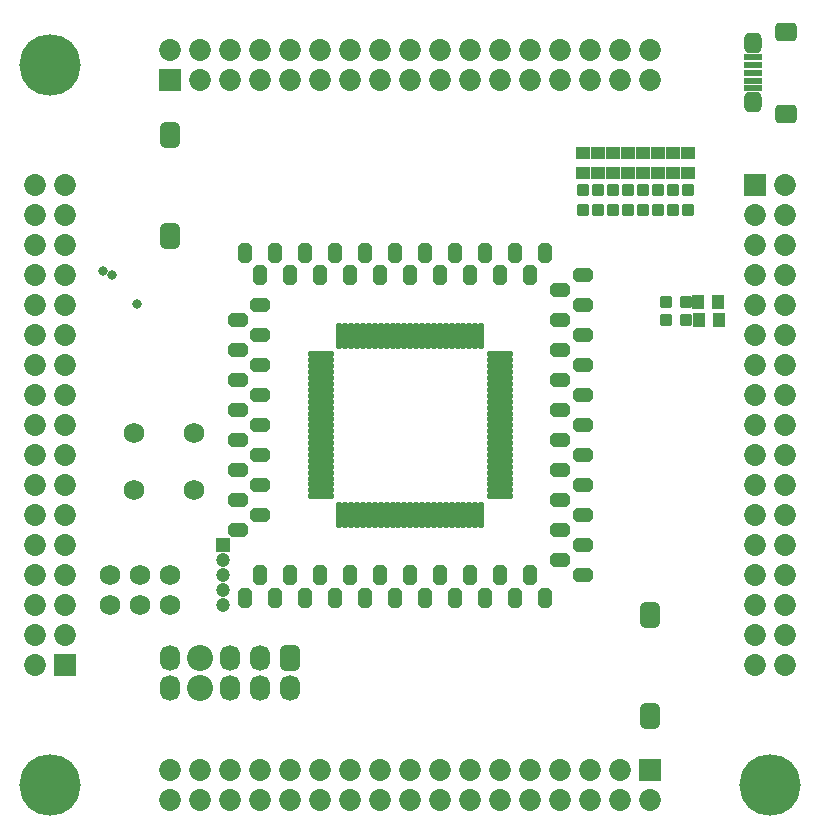
<source format=gts>
G04*
G04 #@! TF.GenerationSoftware,Altium Limited,Altium Designer,20.0.11 (256)*
G04*
G04 Layer_Color=8388736*
%FSLAX25Y25*%
%MOIN*%
G70*
G01*
G75*
%ADD26C,0.06800*%
G04:AMPARAMS|DCode=27|XSize=86.74mil|YSize=67.06mil|CornerRadius=18.76mil|HoleSize=0mil|Usage=FLASHONLY|Rotation=90.000|XOffset=0mil|YOffset=0mil|HoleType=Round|Shape=RoundedRectangle|*
%AMROUNDEDRECTD27*
21,1,0.08674,0.02953,0,0,90.0*
21,1,0.04921,0.06706,0,0,90.0*
1,1,0.03753,0.01476,0.02461*
1,1,0.03753,0.01476,-0.02461*
1,1,0.03753,-0.01476,-0.02461*
1,1,0.03753,-0.01476,0.02461*
%
%ADD27ROUNDEDRECTD27*%
%ADD28O,0.09068X0.01981*%
%ADD29O,0.01981X0.09068*%
%ADD30R,0.06115X0.02375*%
%ADD31R,0.04343X0.04737*%
G04:AMPARAMS|DCode=32|XSize=39.5mil|YSize=39.5mil|CornerRadius=7.94mil|HoleSize=0mil|Usage=FLASHONLY|Rotation=180.000|XOffset=0mil|YOffset=0mil|HoleType=Round|Shape=RoundedRectangle|*
%AMROUNDEDRECTD32*
21,1,0.03950,0.02362,0,0,180.0*
21,1,0.02362,0.03950,0,0,180.0*
1,1,0.01587,-0.01181,0.01181*
1,1,0.01587,0.01181,0.01181*
1,1,0.01587,0.01181,-0.01181*
1,1,0.01587,-0.01181,-0.01181*
%
%ADD32ROUNDEDRECTD32*%
G04:AMPARAMS|DCode=33|XSize=39.5mil|YSize=39.5mil|CornerRadius=7.94mil|HoleSize=0mil|Usage=FLASHONLY|Rotation=270.000|XOffset=0mil|YOffset=0mil|HoleType=Round|Shape=RoundedRectangle|*
%AMROUNDEDRECTD33*
21,1,0.03950,0.02362,0,0,270.0*
21,1,0.02362,0.03950,0,0,270.0*
1,1,0.01587,-0.01181,-0.01181*
1,1,0.01587,-0.01181,0.01181*
1,1,0.01587,0.01181,0.01181*
1,1,0.01587,0.01181,-0.01181*
%
%ADD33ROUNDEDRECTD33*%
%ADD34R,0.04737X0.04343*%
%ADD35C,0.20485*%
%ADD36O,0.06706X0.08674*%
%ADD37C,0.08674*%
G04:AMPARAMS|DCode=38|XSize=67.06mil|YSize=86.74mil|CornerRadius=18.76mil|HoleSize=0mil|Usage=FLASHONLY|Rotation=180.000|XOffset=0mil|YOffset=0mil|HoleType=Round|Shape=RoundedRectangle|*
%AMROUNDEDRECTD38*
21,1,0.06706,0.04921,0,0,180.0*
21,1,0.02953,0.08674,0,0,180.0*
1,1,0.03753,-0.01476,0.02461*
1,1,0.03753,0.01476,0.02461*
1,1,0.03753,0.01476,-0.02461*
1,1,0.03753,-0.01476,-0.02461*
%
%ADD38ROUNDEDRECTD38*%
%ADD39C,0.07296*%
%ADD40R,0.07296X0.07296*%
%ADD41R,0.07296X0.07296*%
G04:AMPARAMS|DCode=42|XSize=74.93mil|YSize=63.12mil|CornerRadius=17.78mil|HoleSize=0mil|Usage=FLASHONLY|Rotation=180.000|XOffset=0mil|YOffset=0mil|HoleType=Round|Shape=RoundedRectangle|*
%AMROUNDEDRECTD42*
21,1,0.07493,0.02756,0,0,180.0*
21,1,0.03937,0.06312,0,0,180.0*
1,1,0.03556,-0.01968,0.01378*
1,1,0.03556,0.01968,0.01378*
1,1,0.03556,0.01968,-0.01378*
1,1,0.03556,-0.01968,-0.01378*
%
%ADD42ROUNDEDRECTD42*%
G04:AMPARAMS|DCode=43|XSize=68mil|YSize=57.21mil|CornerRadius=16.3mil|HoleSize=0mil|Usage=FLASHONLY|Rotation=90.000|XOffset=0mil|YOffset=0mil|HoleType=Round|Shape=RoundedRectangle|*
%AMROUNDEDRECTD43*
21,1,0.06800,0.02461,0,0,90.0*
21,1,0.03539,0.05721,0,0,90.0*
1,1,0.03261,0.01230,0.01770*
1,1,0.03261,0.01230,-0.01770*
1,1,0.03261,-0.01230,-0.01770*
1,1,0.03261,-0.01230,0.01770*
%
%ADD43ROUNDEDRECTD43*%
%ADD44C,0.04737*%
%ADD45R,0.04737X0.04737*%
G04:AMPARAMS|DCode=46|XSize=47.37mil|YSize=67.06mil|CornerRadius=0mil|HoleSize=0mil|Usage=FLASHONLY|Rotation=180.000|XOffset=0mil|YOffset=0mil|HoleType=Round|Shape=Octagon|*
%AMOCTAGOND46*
4,1,8,0.01184,-0.03353,-0.01184,-0.03353,-0.02368,-0.02169,-0.02368,0.02169,-0.01184,0.03353,0.01184,0.03353,0.02368,0.02169,0.02368,-0.02169,0.01184,-0.03353,0.0*
%
%ADD46OCTAGOND46*%

G04:AMPARAMS|DCode=47|XSize=47.37mil|YSize=67.06mil|CornerRadius=0mil|HoleSize=0mil|Usage=FLASHONLY|Rotation=270.000|XOffset=0mil|YOffset=0mil|HoleType=Round|Shape=Octagon|*
%AMOCTAGOND47*
4,1,8,0.03353,0.01184,0.03353,-0.01184,0.02169,-0.02368,-0.02169,-0.02368,-0.03353,-0.01184,-0.03353,0.01184,-0.02169,0.02368,0.02169,0.02368,0.03353,0.01184,0.0*
%
%ADD47OCTAGOND47*%

%ADD48C,0.03162*%
D26*
X-80000Y-60000D02*
D03*
X-90000D02*
D03*
X-100000D02*
D03*
X-80000Y-50000D02*
D03*
X-90000D02*
D03*
X-100000D02*
D03*
X-92000Y-2500D02*
D03*
Y-21500D02*
D03*
X-72000Y-2500D02*
D03*
Y-21500D02*
D03*
D27*
X80000Y-96732D02*
D03*
Y-63268D02*
D03*
X-80000Y63268D02*
D03*
Y96732D02*
D03*
D28*
X-29921Y23622D02*
D03*
Y21654D02*
D03*
Y19685D02*
D03*
Y17717D02*
D03*
Y15748D02*
D03*
Y13780D02*
D03*
Y11811D02*
D03*
Y9843D02*
D03*
Y7874D02*
D03*
Y5906D02*
D03*
Y3937D02*
D03*
X-29921Y1969D02*
D03*
Y0D02*
D03*
Y-1969D02*
D03*
X-29921Y-3937D02*
D03*
Y-5906D02*
D03*
Y-7874D02*
D03*
Y-9843D02*
D03*
Y-11811D02*
D03*
Y-13780D02*
D03*
Y-15748D02*
D03*
Y-17717D02*
D03*
Y-19685D02*
D03*
Y-21654D02*
D03*
Y-23622D02*
D03*
X29921D02*
D03*
Y-21654D02*
D03*
Y-19685D02*
D03*
Y-17717D02*
D03*
Y-15748D02*
D03*
Y-13780D02*
D03*
Y-11811D02*
D03*
Y-9843D02*
D03*
Y-7874D02*
D03*
Y-5906D02*
D03*
Y-3937D02*
D03*
X29921Y-1969D02*
D03*
Y0D02*
D03*
Y1969D02*
D03*
X29921Y3937D02*
D03*
Y5906D02*
D03*
Y7874D02*
D03*
Y9843D02*
D03*
Y11811D02*
D03*
Y13780D02*
D03*
Y15748D02*
D03*
Y17717D02*
D03*
Y19685D02*
D03*
Y21654D02*
D03*
Y23622D02*
D03*
D29*
X-23622Y-29921D02*
D03*
X-21654D02*
D03*
X-19685D02*
D03*
X-17717D02*
D03*
X-15748D02*
D03*
X-13780D02*
D03*
X-11811D02*
D03*
X-9843D02*
D03*
X-7874D02*
D03*
X-5906D02*
D03*
X-3937D02*
D03*
X-1969Y-29921D02*
D03*
X0D02*
D03*
X1969D02*
D03*
X3937Y-29921D02*
D03*
X5906D02*
D03*
X7874D02*
D03*
X9843D02*
D03*
X11811D02*
D03*
X13780D02*
D03*
X15748D02*
D03*
X17717D02*
D03*
X19685D02*
D03*
X21654D02*
D03*
X23622D02*
D03*
Y29921D02*
D03*
X21654D02*
D03*
X19685D02*
D03*
X17717D02*
D03*
X15748D02*
D03*
X13780D02*
D03*
X11811D02*
D03*
X9843D02*
D03*
X7874D02*
D03*
X5906D02*
D03*
X3937D02*
D03*
X1969Y29921D02*
D03*
X0D02*
D03*
X-1969D02*
D03*
X-3937Y29921D02*
D03*
X-5906D02*
D03*
X-7874D02*
D03*
X-9843D02*
D03*
X-11811D02*
D03*
X-13780D02*
D03*
X-15748D02*
D03*
X-17717D02*
D03*
X-19685D02*
D03*
X-21654D02*
D03*
X-23622D02*
D03*
D30*
X114370Y112382D02*
D03*
Y114941D02*
D03*
Y122618D02*
D03*
Y120059D02*
D03*
Y117500D02*
D03*
D31*
X96153Y35000D02*
D03*
X102847D02*
D03*
X96000Y41000D02*
D03*
X102693D02*
D03*
D32*
X85154Y35000D02*
D03*
X91847D02*
D03*
X85154Y41000D02*
D03*
X91847D02*
D03*
D33*
X87500Y71653D02*
D03*
Y78347D02*
D03*
X92500Y71653D02*
D03*
Y78347D02*
D03*
X82500D02*
D03*
Y71653D02*
D03*
X77500Y78347D02*
D03*
Y71653D02*
D03*
X72500Y78347D02*
D03*
Y71653D02*
D03*
X67500Y78347D02*
D03*
Y71653D02*
D03*
X62500Y78347D02*
D03*
Y71653D02*
D03*
X57500D02*
D03*
Y78347D02*
D03*
D34*
X92500Y84153D02*
D03*
Y90847D02*
D03*
X87500Y84153D02*
D03*
Y90847D02*
D03*
X82500Y84153D02*
D03*
Y90847D02*
D03*
X77500Y84153D02*
D03*
Y90847D02*
D03*
X72500Y84153D02*
D03*
Y90847D02*
D03*
X67500Y84153D02*
D03*
Y90847D02*
D03*
X62500Y84153D02*
D03*
Y90847D02*
D03*
X57500Y84153D02*
D03*
Y90847D02*
D03*
D35*
X120000Y-120000D02*
D03*
X-120000D02*
D03*
Y120000D02*
D03*
D36*
X-80000Y-77500D02*
D03*
Y-87500D02*
D03*
X-60000Y-77500D02*
D03*
Y-87500D02*
D03*
X-50000Y-77500D02*
D03*
Y-87500D02*
D03*
X-40000D02*
D03*
D37*
X-70000Y-77500D02*
D03*
Y-87500D02*
D03*
D38*
X-40000Y-77500D02*
D03*
D39*
X40000Y115000D02*
D03*
Y125000D02*
D03*
X0Y115000D02*
D03*
Y125000D02*
D03*
X10000Y115000D02*
D03*
Y125000D02*
D03*
X-20000Y115000D02*
D03*
Y125000D02*
D03*
X-30000Y115000D02*
D03*
Y125000D02*
D03*
X-80000D02*
D03*
X-70000Y115000D02*
D03*
Y125000D02*
D03*
X-60000Y115000D02*
D03*
Y125000D02*
D03*
X-50000Y115000D02*
D03*
Y125000D02*
D03*
X-40000Y115000D02*
D03*
Y125000D02*
D03*
X-10000Y115000D02*
D03*
Y125000D02*
D03*
X20000Y115000D02*
D03*
Y125000D02*
D03*
X30000Y115000D02*
D03*
Y125000D02*
D03*
X60000Y115000D02*
D03*
Y125000D02*
D03*
X50000Y115000D02*
D03*
Y125000D02*
D03*
X80000Y115000D02*
D03*
Y125000D02*
D03*
X70000Y115000D02*
D03*
Y125000D02*
D03*
X-115000Y40000D02*
D03*
X-125000D02*
D03*
X-115000Y0D02*
D03*
X-125000D02*
D03*
X-115000Y10000D02*
D03*
X-125000D02*
D03*
X-115000Y-20000D02*
D03*
X-125000D02*
D03*
X-115000Y-30000D02*
D03*
X-125000D02*
D03*
Y-80000D02*
D03*
X-115000Y-70000D02*
D03*
X-125000D02*
D03*
X-115000Y-60000D02*
D03*
X-125000D02*
D03*
X-115000Y-50000D02*
D03*
X-125000D02*
D03*
X-115000Y-40000D02*
D03*
X-125000D02*
D03*
X-115000Y-10000D02*
D03*
X-125000D02*
D03*
X-115000Y20000D02*
D03*
X-125000D02*
D03*
X-115000Y30000D02*
D03*
X-125000D02*
D03*
X-115000Y60000D02*
D03*
X-125000D02*
D03*
X-115000Y50000D02*
D03*
X-125000D02*
D03*
X-115000Y80000D02*
D03*
X-125000D02*
D03*
X-115000Y70000D02*
D03*
X-125000D02*
D03*
X115000Y-40000D02*
D03*
X125000D02*
D03*
X115000Y0D02*
D03*
X125000D02*
D03*
X115000Y-10000D02*
D03*
X125000D02*
D03*
X115000Y20000D02*
D03*
X125000D02*
D03*
X115000Y30000D02*
D03*
X125000D02*
D03*
Y80000D02*
D03*
X115000Y70000D02*
D03*
X125000D02*
D03*
X115000Y60000D02*
D03*
X125000D02*
D03*
X115000Y50000D02*
D03*
X125000D02*
D03*
X115000Y40000D02*
D03*
X125000D02*
D03*
X115000Y10000D02*
D03*
X125000D02*
D03*
X115000Y-20000D02*
D03*
X125000D02*
D03*
X115000Y-30000D02*
D03*
X125000D02*
D03*
X115000Y-60000D02*
D03*
X125000D02*
D03*
X115000Y-50000D02*
D03*
X125000D02*
D03*
X115000Y-80000D02*
D03*
X125000D02*
D03*
X115000Y-70000D02*
D03*
X125000D02*
D03*
X-40000Y-115000D02*
D03*
Y-125000D02*
D03*
X0Y-115000D02*
D03*
Y-125000D02*
D03*
X-10000Y-115000D02*
D03*
Y-125000D02*
D03*
X20000Y-115000D02*
D03*
Y-125000D02*
D03*
X30000Y-115000D02*
D03*
Y-125000D02*
D03*
X80000D02*
D03*
X70000Y-115000D02*
D03*
Y-125000D02*
D03*
X60000Y-115000D02*
D03*
Y-125000D02*
D03*
X50000Y-115000D02*
D03*
Y-125000D02*
D03*
X40000Y-115000D02*
D03*
Y-125000D02*
D03*
X10000Y-115000D02*
D03*
Y-125000D02*
D03*
X-20000Y-115000D02*
D03*
Y-125000D02*
D03*
X-30000Y-115000D02*
D03*
Y-125000D02*
D03*
X-60000Y-115000D02*
D03*
Y-125000D02*
D03*
X-50000Y-115000D02*
D03*
Y-125000D02*
D03*
X-80000Y-115000D02*
D03*
Y-125000D02*
D03*
X-70000Y-115000D02*
D03*
Y-125000D02*
D03*
D40*
X-80000Y115000D02*
D03*
X80000Y-115000D02*
D03*
D41*
X-115000Y-80000D02*
D03*
X115000Y80000D02*
D03*
D42*
X125098Y103720D02*
D03*
Y131280D02*
D03*
D43*
X114370Y107658D02*
D03*
Y127342D02*
D03*
D44*
X-62500Y-60000D02*
D03*
Y-55000D02*
D03*
Y-50000D02*
D03*
Y-45000D02*
D03*
D45*
Y-40000D02*
D03*
D46*
X-50000Y50000D02*
D03*
X-40000D02*
D03*
X-30000D02*
D03*
X-20000D02*
D03*
X-10000D02*
D03*
X0D02*
D03*
X10000D02*
D03*
X20000D02*
D03*
X30000D02*
D03*
X40000D02*
D03*
X-54997Y-57500D02*
D03*
X-50000Y-50000D02*
D03*
X-45000Y-57500D02*
D03*
X-40000Y-50000D02*
D03*
X45000Y57500D02*
D03*
X-35000Y-57500D02*
D03*
X-30000Y-50000D02*
D03*
X35000Y57500D02*
D03*
X-25000Y-57500D02*
D03*
X-20000Y-50000D02*
D03*
X25000Y57500D02*
D03*
X-15000Y-57500D02*
D03*
X-10000Y-50000D02*
D03*
X15000Y57500D02*
D03*
X-5000Y-57500D02*
D03*
X0Y-50000D02*
D03*
X5000Y57500D02*
D03*
Y-57500D02*
D03*
X10000Y-50000D02*
D03*
X-5000Y57500D02*
D03*
X15000Y-57500D02*
D03*
X20000Y-50000D02*
D03*
X-15000Y57500D02*
D03*
X25000Y-57500D02*
D03*
X30000Y-50000D02*
D03*
X-25000Y57500D02*
D03*
X35000Y-57500D02*
D03*
X40000Y-50000D02*
D03*
X-35000Y57500D02*
D03*
X45000Y-57500D02*
D03*
X-45000Y57500D02*
D03*
X-55000D02*
D03*
D47*
X50000Y45000D02*
D03*
Y-45000D02*
D03*
X-57500Y35000D02*
D03*
X57500Y-40000D02*
D03*
X-50000Y30000D02*
D03*
X50000Y-35000D02*
D03*
X-57500Y25000D02*
D03*
X57500Y-30000D02*
D03*
X-50000Y20000D02*
D03*
X50000Y-25000D02*
D03*
X-57500Y15000D02*
D03*
X57500Y-20000D02*
D03*
X-50000Y10000D02*
D03*
X50000Y-15000D02*
D03*
X-57500Y5000D02*
D03*
X57500Y-10000D02*
D03*
X50000Y-5000D02*
D03*
X-50000Y0D02*
D03*
X57500D02*
D03*
X-57500Y-5000D02*
D03*
X50000Y5000D02*
D03*
X-50000Y-10000D02*
D03*
X57500Y10000D02*
D03*
X-57500Y-15000D02*
D03*
X50000Y15000D02*
D03*
X-50000Y-20000D02*
D03*
X57500Y20000D02*
D03*
X-57500Y-25000D02*
D03*
X50000Y25000D02*
D03*
X-50000Y-30000D02*
D03*
X57500Y30000D02*
D03*
X-57500Y-35000D02*
D03*
X50000Y35000D02*
D03*
X57500Y40000D02*
D03*
Y50000D02*
D03*
Y-50000D02*
D03*
X-50000Y40000D02*
D03*
D48*
X-102500Y51500D02*
D03*
X-91000Y40500D02*
D03*
X-99500Y50000D02*
D03*
M02*

</source>
